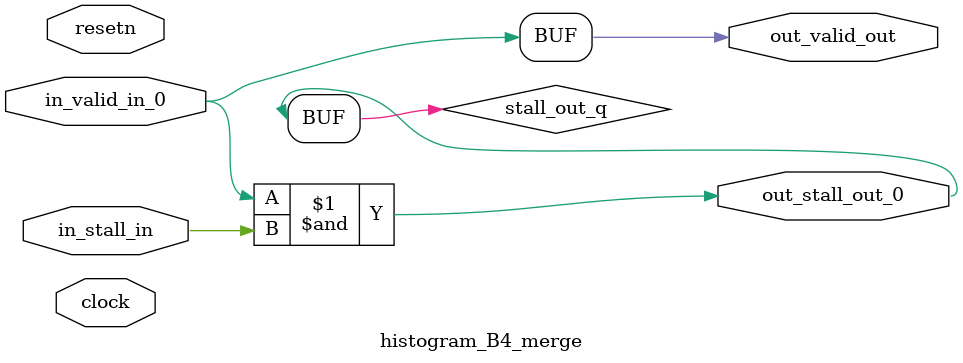
<source format=sv>



(* altera_attribute = "-name AUTO_SHIFT_REGISTER_RECOGNITION OFF; -name MESSAGE_DISABLE 10036; -name MESSAGE_DISABLE 10037; -name MESSAGE_DISABLE 14130; -name MESSAGE_DISABLE 14320; -name MESSAGE_DISABLE 15400; -name MESSAGE_DISABLE 14130; -name MESSAGE_DISABLE 10036; -name MESSAGE_DISABLE 12020; -name MESSAGE_DISABLE 12030; -name MESSAGE_DISABLE 12010; -name MESSAGE_DISABLE 12110; -name MESSAGE_DISABLE 14320; -name MESSAGE_DISABLE 13410; -name MESSAGE_DISABLE 113007; -name MESSAGE_DISABLE 10958" *)
module histogram_B4_merge (
    input wire [0:0] in_stall_in,
    input wire [0:0] in_valid_in_0,
    output wire [0:0] out_stall_out_0,
    output wire [0:0] out_valid_out,
    input wire clock,
    input wire resetn
    );

    wire [0:0] stall_out_q;


    // stall_out(LOGICAL,6)
    assign stall_out_q = in_valid_in_0 & in_stall_in;

    // out_stall_out_0(GPOUT,4)
    assign out_stall_out_0 = stall_out_q;

    // out_valid_out(GPOUT,5)
    assign out_valid_out = in_valid_in_0;

endmodule

</source>
